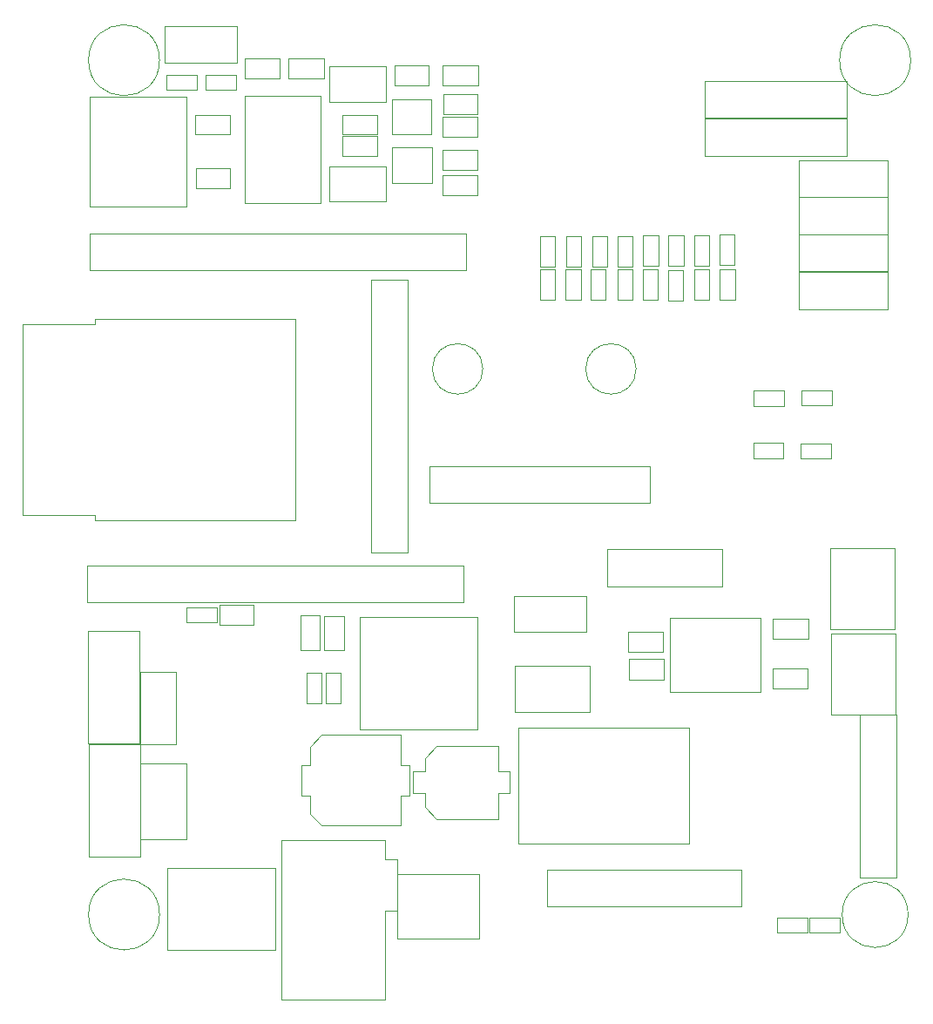
<source format=gbr>
%TF.GenerationSoftware,KiCad,Pcbnew,8.0.2*%
%TF.CreationDate,2025-02-27T03:45:28+05:30*%
%TF.ProjectId,sra_dev_board_2024(CH340C),7372615f-6465-4765-9f62-6f6172645f32,rev?*%
%TF.SameCoordinates,Original*%
%TF.FileFunction,Other,User*%
%FSLAX46Y46*%
G04 Gerber Fmt 4.6, Leading zero omitted, Abs format (unit mm)*
G04 Created by KiCad (PCBNEW 8.0.2) date 2025-02-27 03:45:28*
%MOMM*%
%LPD*%
G01*
G04 APERTURE LIST*
%ADD10C,0.050000*%
%ADD11C,0.100000*%
G04 APERTURE END LIST*
D10*
%TO.C,J19*%
X160840000Y-106020000D02*
X160840000Y-109620000D01*
X160840000Y-109620000D02*
X172040000Y-109620000D01*
X172040000Y-106020000D02*
X160840000Y-106020000D01*
X172040000Y-109620000D02*
X172040000Y-106020000D01*
%TO.C,R5*%
X140147500Y-59020000D02*
X143507500Y-59020000D01*
X140147500Y-60920000D02*
X140147500Y-59020000D01*
X143507500Y-59020000D02*
X143507500Y-60920000D01*
X143507500Y-60920000D02*
X140147500Y-60920000D01*
%TO.C,R3*%
X135140000Y-63810000D02*
X138500000Y-63810000D01*
X135140000Y-65710000D02*
X135140000Y-63810000D01*
X138500000Y-63810000D02*
X138500000Y-65710000D01*
X138500000Y-65710000D02*
X135140000Y-65710000D01*
%TO.C,R25*%
X133350000Y-112482500D02*
X135250000Y-112482500D01*
X133350000Y-115842500D02*
X133350000Y-112482500D01*
X135250000Y-112482500D02*
X135250000Y-115842500D01*
X135250000Y-115842500D02*
X133350000Y-115842500D01*
%TO.C,D4*%
X161840000Y-78795000D02*
X163300000Y-78795000D01*
X161840000Y-81755000D02*
X161840000Y-78795000D01*
X163300000Y-78795000D02*
X163300000Y-81755000D01*
X163300000Y-81755000D02*
X161840000Y-81755000D01*
%TO.C,R4*%
X144857500Y-69700000D02*
X148217500Y-69700000D01*
X144857500Y-71600000D02*
X144857500Y-69700000D01*
X148217500Y-69700000D02*
X148217500Y-71600000D01*
X148217500Y-71600000D02*
X144857500Y-71600000D01*
%TO.C,C5*%
X144840000Y-64030000D02*
X148240000Y-64030000D01*
X144840000Y-65990000D02*
X144840000Y-64030000D01*
X148240000Y-64030000D02*
X148240000Y-65990000D01*
X148240000Y-65990000D02*
X144840000Y-65990000D01*
%TO.C,J11*%
X170330000Y-60530000D02*
X170330000Y-64130000D01*
X170330000Y-64130000D02*
X184080000Y-64130000D01*
X184080000Y-60530000D02*
X170330000Y-60530000D01*
X184080000Y-64130000D02*
X184080000Y-60530000D01*
D11*
%TO.C,F1*%
X110340000Y-113980000D02*
X115340000Y-113980000D01*
X110340000Y-124880000D02*
X110340000Y-113980000D01*
X115340000Y-113980000D02*
X115340000Y-124880000D01*
X115340000Y-124880000D02*
X110340000Y-124880000D01*
D10*
%TO.C,R8*%
X175020000Y-95710000D02*
X177980000Y-95710000D01*
X175020000Y-97170000D02*
X175020000Y-95710000D01*
X177980000Y-95710000D02*
X177980000Y-97170000D01*
X177980000Y-97170000D02*
X175020000Y-97170000D01*
%TO.C,R23*%
X180460000Y-141787500D02*
X183420000Y-141787500D01*
X180460000Y-143247500D02*
X180460000Y-141787500D01*
X183420000Y-141787500D02*
X183420000Y-143247500D01*
X183420000Y-143247500D02*
X180460000Y-143247500D01*
%TO.C,D5*%
X164300000Y-78812500D02*
X165760000Y-78812500D01*
X164300000Y-81772500D02*
X164300000Y-78812500D01*
X165760000Y-78812500D02*
X165760000Y-81772500D01*
X165760000Y-81772500D02*
X164300000Y-81772500D01*
%TO.C,D14*%
X151810000Y-110540000D02*
X158810000Y-110540000D01*
X151810000Y-114040000D02*
X151810000Y-110540000D01*
X158810000Y-110540000D02*
X158810000Y-114040000D01*
X158810000Y-114040000D02*
X151810000Y-114040000D01*
%TO.C,R20*%
X123120000Y-111450000D02*
X126480000Y-111450000D01*
X123120000Y-113350000D02*
X123120000Y-111450000D01*
X126480000Y-111450000D02*
X126480000Y-113350000D01*
X126480000Y-113350000D02*
X123120000Y-113350000D01*
%TO.C,R21*%
X131610000Y-118042500D02*
X133070000Y-118042500D01*
X131610000Y-121002500D02*
X131610000Y-118042500D01*
X133070000Y-118042500D02*
X133070000Y-121002500D01*
X133070000Y-121002500D02*
X131610000Y-121002500D01*
%TO.C,C1*%
X144870000Y-59000000D02*
X148270000Y-59000000D01*
X144870000Y-60960000D02*
X144870000Y-59000000D01*
X148270000Y-59000000D02*
X148270000Y-60960000D01*
X148270000Y-60960000D02*
X144870000Y-60960000D01*
%TO.C,D15*%
X151852500Y-117322500D02*
X159152500Y-117322500D01*
X151852500Y-121822500D02*
X151852500Y-117322500D01*
X159152500Y-117322500D02*
X159152500Y-121822500D01*
X159152500Y-121822500D02*
X151852500Y-121822500D01*
%TO.C,U4*%
X152165000Y-123340000D02*
X152165000Y-134640000D01*
X152165000Y-134640000D02*
X168815000Y-134640000D01*
X168815000Y-123340000D02*
X152165000Y-123340000D01*
X168815000Y-134640000D02*
X168815000Y-123340000D01*
%TO.C,D12*%
X177330000Y-141810000D02*
X180290000Y-141810000D01*
X177330000Y-143270000D02*
X177330000Y-141810000D01*
X180290000Y-141810000D02*
X180290000Y-143270000D01*
X180290000Y-143270000D02*
X177330000Y-143270000D01*
%TO.C,J5*%
X129210000Y-134250000D02*
X129210000Y-149750000D01*
X129210000Y-149750000D02*
X139210000Y-149750000D01*
X139210000Y-134250000D02*
X129210000Y-134250000D01*
X139210000Y-136150000D02*
X139210000Y-134250000D01*
X139210000Y-149750000D02*
X139210000Y-141150000D01*
X140410000Y-136150000D02*
X139210000Y-136150000D01*
X140410000Y-136150000D02*
X140410000Y-141150000D01*
X140410000Y-141150000D02*
X139210000Y-141150000D01*
%TO.C,D9*%
X119920000Y-111670000D02*
X122880000Y-111670000D01*
X119920000Y-113130000D02*
X119920000Y-111670000D01*
X122880000Y-111670000D02*
X122880000Y-113130000D01*
X122880000Y-113130000D02*
X119920000Y-113130000D01*
%TO.C,R1*%
X144890000Y-61810000D02*
X148250000Y-61810000D01*
X144890000Y-63710000D02*
X144890000Y-61810000D01*
X148250000Y-61810000D02*
X148250000Y-63710000D01*
X148250000Y-63710000D02*
X144890000Y-63710000D01*
%TO.C,D11*%
X117960000Y-59960000D02*
X120920000Y-59960000D01*
X117960000Y-61420000D02*
X117960000Y-59960000D01*
X120920000Y-59960000D02*
X120920000Y-61420000D01*
X120920000Y-61420000D02*
X117960000Y-61420000D01*
%TO.C,H4*%
X190330000Y-58510000D02*
G75*
G02*
X183430000Y-58510000I-3450000J0D01*
G01*
X183430000Y-58510000D02*
G75*
G02*
X190330000Y-58510000I3450000J0D01*
G01*
%TO.C,H1*%
X117330000Y-58510000D02*
G75*
G02*
X110430000Y-58510000I-3450000J0D01*
G01*
X110430000Y-58510000D02*
G75*
G02*
X117330000Y-58510000I3450000J0D01*
G01*
%TO.C,R16*%
X164350000Y-75540000D02*
X165810000Y-75540000D01*
X164350000Y-78500000D02*
X164350000Y-75540000D01*
X165810000Y-75540000D02*
X165810000Y-78500000D01*
X165810000Y-78500000D02*
X164350000Y-78500000D01*
%TO.C,J18*%
X182550000Y-105900000D02*
X182550000Y-113800000D01*
X182550000Y-113800000D02*
X188800000Y-113800000D01*
X188800000Y-105900000D02*
X182550000Y-105900000D01*
X188800000Y-113800000D02*
X188800000Y-105900000D01*
%TO.C,J1*%
X110300000Y-107590000D02*
X110300000Y-111190000D01*
X110300000Y-111190000D02*
X146900000Y-111190000D01*
X146900000Y-107590000D02*
X110300000Y-107590000D01*
X146900000Y-111190000D02*
X146900000Y-107590000D01*
%TO.C,C3*%
X129880000Y-58360000D02*
X133280000Y-58360000D01*
X129880000Y-60320000D02*
X129880000Y-58360000D01*
X133280000Y-58360000D02*
X133280000Y-60320000D01*
X133280000Y-60320000D02*
X129880000Y-60320000D01*
%TO.C,C11*%
X176940000Y-117590000D02*
X180340000Y-117590000D01*
X176940000Y-119550000D02*
X176940000Y-117590000D01*
X180340000Y-117590000D02*
X180340000Y-119550000D01*
X180340000Y-119550000D02*
X176940000Y-119550000D01*
%TO.C,C2*%
X125630000Y-58350000D02*
X129030000Y-58350000D01*
X125630000Y-60310000D02*
X125630000Y-58350000D01*
X129030000Y-58350000D02*
X129030000Y-60310000D01*
X129030000Y-60310000D02*
X125630000Y-60310000D01*
%TO.C,U2*%
X125615000Y-61995000D02*
X125615000Y-72395000D01*
X125615000Y-72395000D02*
X133015000Y-72395000D01*
X133015000Y-61995000D02*
X125615000Y-61995000D01*
X133015000Y-72395000D02*
X133015000Y-61995000D01*
%TO.C,R18*%
X169320000Y-75505000D02*
X170780000Y-75505000D01*
X169320000Y-78465000D02*
X169320000Y-75505000D01*
X170780000Y-75505000D02*
X170780000Y-78465000D01*
X170780000Y-78465000D02*
X169320000Y-78465000D01*
%TO.C,C9*%
X162870000Y-114010000D02*
X166270000Y-114010000D01*
X162870000Y-115970000D02*
X162870000Y-114010000D01*
X166270000Y-114010000D02*
X166270000Y-115970000D01*
X166270000Y-115970000D02*
X162870000Y-115970000D01*
%TO.C,J8*%
X179460000Y-75430000D02*
X179460000Y-79030000D01*
X179460000Y-79030000D02*
X188110000Y-79030000D01*
X188110000Y-75430000D02*
X179460000Y-75430000D01*
X188110000Y-79030000D02*
X188110000Y-75430000D01*
%TO.C,J15*%
X155005000Y-137150000D02*
X155005000Y-140750000D01*
X155005000Y-140750000D02*
X173855000Y-140750000D01*
X173855000Y-137150000D02*
X155005000Y-137150000D01*
X173855000Y-140750000D02*
X173855000Y-137150000D01*
%TO.C,D2*%
X156800000Y-78800000D02*
X158260000Y-78800000D01*
X156800000Y-81760000D02*
X156800000Y-78800000D01*
X158260000Y-78800000D02*
X158260000Y-81760000D01*
X158260000Y-81760000D02*
X156800000Y-81760000D01*
%TO.C,Q2*%
X139960000Y-67007500D02*
X139960000Y-70407500D01*
X139960000Y-70407500D02*
X143800000Y-70407500D01*
X143800000Y-67007500D02*
X139960000Y-67007500D01*
X143800000Y-70407500D02*
X143800000Y-67007500D01*
%TO.C,R7*%
X120840000Y-69020000D02*
X124200000Y-69020000D01*
X120840000Y-70920000D02*
X120840000Y-69020000D01*
X124200000Y-69020000D02*
X124200000Y-70920000D01*
X124200000Y-70920000D02*
X120840000Y-70920000D01*
%TO.C,J13*%
X140460000Y-137590000D02*
X140460000Y-143840000D01*
X140460000Y-143840000D02*
X148360000Y-143840000D01*
X148360000Y-137590000D02*
X140460000Y-137590000D01*
X148360000Y-143840000D02*
X148360000Y-137590000D01*
%TO.C,J2*%
X110550000Y-75340000D02*
X110550000Y-78940000D01*
X110550000Y-78940000D02*
X147150000Y-78940000D01*
X147150000Y-75340000D02*
X110550000Y-75340000D01*
X147150000Y-78940000D02*
X147150000Y-75340000D01*
%TO.C,C10*%
X176960000Y-112760000D02*
X180360000Y-112760000D01*
X176960000Y-114720000D02*
X176960000Y-112760000D01*
X180360000Y-112760000D02*
X180360000Y-114720000D01*
X180360000Y-114720000D02*
X176960000Y-114720000D01*
%TO.C,H3*%
X190080000Y-141510000D02*
G75*
G02*
X183680000Y-141510000I-3200000J0D01*
G01*
X183680000Y-141510000D02*
G75*
G02*
X190080000Y-141510000I3200000J0D01*
G01*
%TO.C,R24*%
X131030000Y-112460000D02*
X132930000Y-112460000D01*
X131030000Y-115820000D02*
X131030000Y-112460000D01*
X132930000Y-112460000D02*
X132930000Y-115820000D01*
X132930000Y-115820000D02*
X131030000Y-115820000D01*
%TO.C,H2*%
X117330000Y-141510000D02*
G75*
G02*
X110430000Y-141510000I-3450000J0D01*
G01*
X110430000Y-141510000D02*
G75*
G02*
X117330000Y-141510000I3450000J0D01*
G01*
%TO.C,SW8*%
X133850000Y-59130000D02*
X139350000Y-59130000D01*
X133850000Y-62530000D02*
X133850000Y-59130000D01*
X139350000Y-59130000D02*
X139350000Y-62530000D01*
X139350000Y-62530000D02*
X133850000Y-62530000D01*
%TO.C,D13*%
X117827500Y-55220000D02*
X124827500Y-55220000D01*
X117827500Y-58720000D02*
X117827500Y-55220000D01*
X124827500Y-55220000D02*
X124827500Y-58720000D01*
X124827500Y-58720000D02*
X117827500Y-58720000D01*
%TO.C,R6*%
X120800000Y-63840000D02*
X124160000Y-63840000D01*
X120800000Y-65740000D02*
X120800000Y-63840000D01*
X124160000Y-63840000D02*
X124160000Y-65740000D01*
X124160000Y-65740000D02*
X120800000Y-65740000D01*
%TO.C,J10*%
X170340000Y-64200000D02*
X170340000Y-67800000D01*
X170340000Y-67800000D02*
X184090000Y-67800000D01*
X184090000Y-64200000D02*
X170340000Y-64200000D01*
X184090000Y-67800000D02*
X184090000Y-64200000D01*
%TO.C,J9*%
X179455000Y-68220000D02*
X179455000Y-71820000D01*
X179455000Y-71820000D02*
X188105000Y-71820000D01*
X188105000Y-68220000D02*
X179455000Y-68220000D01*
X188105000Y-71820000D02*
X188105000Y-68220000D01*
%TO.C,D1*%
X154290000Y-78835000D02*
X155750000Y-78835000D01*
X154290000Y-81795000D02*
X154290000Y-78835000D01*
X155750000Y-78835000D02*
X155750000Y-81795000D01*
X155750000Y-81795000D02*
X154290000Y-81795000D01*
%TO.C,D6*%
X166760000Y-78882500D02*
X168220000Y-78882500D01*
X166760000Y-81842500D02*
X166760000Y-78882500D01*
X168220000Y-78882500D02*
X168220000Y-81842500D01*
X168220000Y-81842500D02*
X166760000Y-81842500D01*
%TO.C,J3*%
X137880000Y-79860000D02*
X137880000Y-106310000D01*
X137880000Y-106310000D02*
X141480000Y-106310000D01*
X141480000Y-79860000D02*
X137880000Y-79860000D01*
X141480000Y-106310000D02*
X141480000Y-79860000D01*
%TO.C,R22*%
X121780000Y-59960000D02*
X124740000Y-59960000D01*
X121780000Y-61420000D02*
X121780000Y-59960000D01*
X124740000Y-59960000D02*
X124740000Y-61420000D01*
X124740000Y-61420000D02*
X121780000Y-61420000D01*
%TO.C,D17*%
X115450000Y-117930000D02*
X118950000Y-117930000D01*
X115450000Y-124930000D02*
X115450000Y-117930000D01*
X118950000Y-117930000D02*
X118950000Y-124930000D01*
X118950000Y-124930000D02*
X115450000Y-124930000D01*
%TO.C,J7*%
X179480000Y-79080000D02*
X179480000Y-82680000D01*
X179480000Y-82680000D02*
X188130000Y-82680000D01*
X188130000Y-79080000D02*
X179480000Y-79080000D01*
X188130000Y-82680000D02*
X188130000Y-79080000D01*
%TO.C,D3*%
X159250000Y-78795000D02*
X160710000Y-78795000D01*
X159250000Y-81755000D02*
X159250000Y-78795000D01*
X160710000Y-78795000D02*
X160710000Y-81755000D01*
X160710000Y-81755000D02*
X159250000Y-81755000D01*
%TO.C,J20*%
X110520000Y-62100000D02*
X110520000Y-72740000D01*
X119940000Y-62100000D02*
X110520000Y-62100000D01*
X119940000Y-62100000D02*
X119940000Y-72740000D01*
X119940000Y-72740000D02*
X110520000Y-72740000D01*
%TO.C,J14*%
X185350000Y-122100000D02*
X185350000Y-137900000D01*
X185350000Y-137900000D02*
X188950000Y-137900000D01*
X188950000Y-122100000D02*
X185350000Y-122100000D01*
X188950000Y-137900000D02*
X188950000Y-122100000D01*
%TO.C,R12*%
X154290000Y-75580000D02*
X155750000Y-75580000D01*
X154290000Y-78540000D02*
X154290000Y-75580000D01*
X155750000Y-75580000D02*
X155750000Y-78540000D01*
X155750000Y-78540000D02*
X154290000Y-78540000D01*
%TO.C,D8*%
X171800000Y-78842500D02*
X173260000Y-78842500D01*
X171800000Y-81802500D02*
X171800000Y-78842500D01*
X173260000Y-78842500D02*
X173260000Y-81802500D01*
X173260000Y-81802500D02*
X171800000Y-81802500D01*
%TO.C,C8*%
X162920000Y-116707500D02*
X166320000Y-116707500D01*
X162920000Y-118667500D02*
X162920000Y-116707500D01*
X166320000Y-116707500D02*
X166320000Y-118667500D01*
X166320000Y-118667500D02*
X162920000Y-118667500D01*
%TO.C,L1*%
X136760000Y-112600000D02*
X136760000Y-123500000D01*
X136760000Y-123500000D02*
X148260000Y-123500000D01*
X148260000Y-112600000D02*
X136760000Y-112600000D01*
X148260000Y-123500000D02*
X148260000Y-112600000D01*
%TO.C,SW7*%
X133860000Y-68850000D02*
X139360000Y-68850000D01*
X133860000Y-72250000D02*
X133860000Y-68850000D01*
X139360000Y-68850000D02*
X139360000Y-72250000D01*
X139360000Y-72250000D02*
X133860000Y-72250000D01*
%TO.C,R2*%
X135140000Y-65890000D02*
X138500000Y-65890000D01*
X135140000Y-67790000D02*
X135140000Y-65890000D01*
X138500000Y-65890000D02*
X138500000Y-67790000D01*
X138500000Y-67790000D02*
X135140000Y-67790000D01*
%TO.C,U1*%
X104010000Y-84180000D02*
X111050000Y-84180000D01*
X104010000Y-102680000D02*
X104010000Y-84180000D01*
X111050000Y-83680000D02*
X130510000Y-83680000D01*
X111050000Y-84180000D02*
X111050000Y-83680000D01*
X111050000Y-102680000D02*
X104010000Y-102680000D01*
X111050000Y-103180000D02*
X111050000Y-102680000D01*
X130510000Y-83680000D02*
X130510000Y-103180000D01*
X130510000Y-103180000D02*
X111050000Y-103180000D01*
%TO.C,J17*%
X182620000Y-114200000D02*
X182620000Y-122100000D01*
X182620000Y-122100000D02*
X188870000Y-122100000D01*
X188870000Y-114200000D02*
X182620000Y-114200000D01*
X188870000Y-122100000D02*
X188870000Y-114200000D01*
%TO.C,C6*%
X141980000Y-127630000D02*
X141980000Y-129730000D01*
X141980000Y-129730000D02*
X143130000Y-129730000D01*
X143130000Y-126280000D02*
X143130000Y-127630000D01*
X143130000Y-126280000D02*
X144280000Y-125130000D01*
X143130000Y-127630000D02*
X141980000Y-127630000D01*
X143130000Y-129730000D02*
X143130000Y-131080000D01*
X143130000Y-131080000D02*
X144280000Y-132230000D01*
X144280000Y-125130000D02*
X150230000Y-125130000D01*
X144280000Y-132230000D02*
X150230000Y-132230000D01*
X150230000Y-125130000D02*
X150230000Y-127630000D01*
X150230000Y-127630000D02*
X151380000Y-127630000D01*
X150230000Y-129730000D02*
X150230000Y-132230000D01*
X151380000Y-127630000D02*
X151380000Y-129730000D01*
X151380000Y-129730000D02*
X150230000Y-129730000D01*
%TO.C,D16*%
X115470000Y-126860000D02*
X119970000Y-126860000D01*
X115470000Y-134160000D02*
X115470000Y-126860000D01*
X119970000Y-126860000D02*
X119970000Y-134160000D01*
X119970000Y-134160000D02*
X115470000Y-134160000D01*
%TO.C,J6*%
X179450000Y-71820000D02*
X179450000Y-75420000D01*
X179450000Y-75420000D02*
X188100000Y-75420000D01*
X188100000Y-71820000D02*
X179450000Y-71820000D01*
X188100000Y-75420000D02*
X188100000Y-71820000D01*
%TO.C,R14*%
X159360000Y-75595000D02*
X160820000Y-75595000D01*
X159360000Y-78555000D02*
X159360000Y-75595000D01*
X160820000Y-75595000D02*
X160820000Y-78555000D01*
X160820000Y-78555000D02*
X159360000Y-78555000D01*
%TO.C,R17*%
X166800000Y-75545000D02*
X168260000Y-75545000D01*
X166800000Y-78505000D02*
X166800000Y-75545000D01*
X168260000Y-75545000D02*
X168260000Y-78505000D01*
X168260000Y-78505000D02*
X166800000Y-78505000D01*
%TO.C,R13*%
X156850000Y-75595000D02*
X158310000Y-75595000D01*
X156850000Y-78555000D02*
X156850000Y-75595000D01*
X158310000Y-75595000D02*
X158310000Y-78555000D01*
X158310000Y-78555000D02*
X156850000Y-78555000D01*
%TO.C,R10*%
X179745000Y-90610000D02*
X182705000Y-90610000D01*
X179745000Y-92070000D02*
X179745000Y-90610000D01*
X182705000Y-90610000D02*
X182705000Y-92070000D01*
X182705000Y-92070000D02*
X179745000Y-92070000D01*
%TO.C,C7*%
X131082500Y-126960000D02*
X131082500Y-129960000D01*
X131082500Y-129960000D02*
X131932500Y-129960000D01*
X131932500Y-125210000D02*
X131932500Y-126960000D01*
X131932500Y-125210000D02*
X133082500Y-124060000D01*
X131932500Y-126960000D02*
X131082500Y-126960000D01*
X131932500Y-129960000D02*
X131932500Y-131710000D01*
X131932500Y-131710000D02*
X133082500Y-132860000D01*
X133082500Y-124060000D02*
X140732500Y-124060000D01*
X133082500Y-132860000D02*
X140732500Y-132860000D01*
X140732500Y-124060000D02*
X140732500Y-126960000D01*
X140732500Y-126960000D02*
X141582500Y-126960000D01*
X140732500Y-129960000D02*
X140732500Y-132860000D01*
X141582500Y-126960000D02*
X141582500Y-129960000D01*
X141582500Y-129960000D02*
X140732500Y-129960000D01*
%TO.C,J4*%
X118100000Y-136960000D02*
X118100000Y-144960000D01*
X118100000Y-136960000D02*
X128600000Y-136960000D01*
X128600000Y-144960000D02*
X118100000Y-144960000D01*
X128600000Y-144960000D02*
X128600000Y-136960000D01*
%TO.C,R19*%
X171770000Y-75470000D02*
X173230000Y-75470000D01*
X171770000Y-78430000D02*
X171770000Y-75470000D01*
X173230000Y-75470000D02*
X173230000Y-78430000D01*
X173230000Y-78430000D02*
X171770000Y-78430000D01*
%TO.C,J16*%
X143595000Y-97950000D02*
X143595000Y-101550000D01*
X143595000Y-101550000D02*
X164945000Y-101550000D01*
X164945000Y-97950000D02*
X143595000Y-97950000D01*
X164945000Y-101550000D02*
X164945000Y-97950000D01*
%TO.C,REF\u002A\u002A*%
X163650000Y-88500000D02*
G75*
G02*
X158750000Y-88500000I-2450000J0D01*
G01*
X158750000Y-88500000D02*
G75*
G02*
X163650000Y-88500000I2450000J0D01*
G01*
%TO.C,D10*%
X133460000Y-118042500D02*
X134920000Y-118042500D01*
X133460000Y-121002500D02*
X133460000Y-118042500D01*
X134920000Y-118042500D02*
X134920000Y-121002500D01*
X134920000Y-121002500D02*
X133460000Y-121002500D01*
D11*
%TO.C,F2*%
X110470000Y-124960000D02*
X115470000Y-124960000D01*
X110470000Y-135860000D02*
X110470000Y-124960000D01*
X115470000Y-124960000D02*
X115470000Y-135860000D01*
X115470000Y-135860000D02*
X110470000Y-135860000D01*
D10*
%TO.C,REF\u002A\u002A*%
X148750000Y-88500000D02*
G75*
G02*
X143850000Y-88500000I-2450000J0D01*
G01*
X143850000Y-88500000D02*
G75*
G02*
X148750000Y-88500000I2450000J0D01*
G01*
%TO.C,Q1*%
X139920000Y-62340000D02*
X139920000Y-65740000D01*
X139920000Y-65740000D02*
X143760000Y-65740000D01*
X143760000Y-62340000D02*
X139920000Y-62340000D01*
X143760000Y-65740000D02*
X143760000Y-62340000D01*
%TO.C,R15*%
X161860000Y-75585000D02*
X163320000Y-75585000D01*
X161860000Y-78545000D02*
X161860000Y-75585000D01*
X163320000Y-75585000D02*
X163320000Y-78545000D01*
X163320000Y-78545000D02*
X161860000Y-78545000D01*
%TO.C,C4*%
X144850000Y-67240000D02*
X148250000Y-67240000D01*
X144850000Y-69200000D02*
X144850000Y-67240000D01*
X148250000Y-67240000D02*
X148250000Y-69200000D01*
X148250000Y-69200000D02*
X144850000Y-69200000D01*
%TO.C,R11*%
X179625000Y-95720000D02*
X182585000Y-95720000D01*
X179625000Y-97180000D02*
X179625000Y-95720000D01*
X182585000Y-95720000D02*
X182585000Y-97180000D01*
X182585000Y-97180000D02*
X179625000Y-97180000D01*
%TO.C,R9*%
X175045000Y-90620000D02*
X178005000Y-90620000D01*
X175045000Y-92080000D02*
X175045000Y-90620000D01*
X178005000Y-90620000D02*
X178005000Y-92080000D01*
X178005000Y-92080000D02*
X175045000Y-92080000D01*
%TO.C,D7*%
X169310000Y-78852500D02*
X170770000Y-78852500D01*
X169310000Y-81812500D02*
X169310000Y-78852500D01*
X170770000Y-78852500D02*
X170770000Y-81812500D01*
X170770000Y-81812500D02*
X169310000Y-81812500D01*
%TO.C,U5*%
X166930000Y-112717500D02*
X166930000Y-119917500D01*
X166930000Y-119917500D02*
X175730000Y-119917500D01*
X175730000Y-112717500D02*
X166930000Y-112717500D01*
X175730000Y-119917500D02*
X175730000Y-112717500D01*
%TD*%
M02*

</source>
